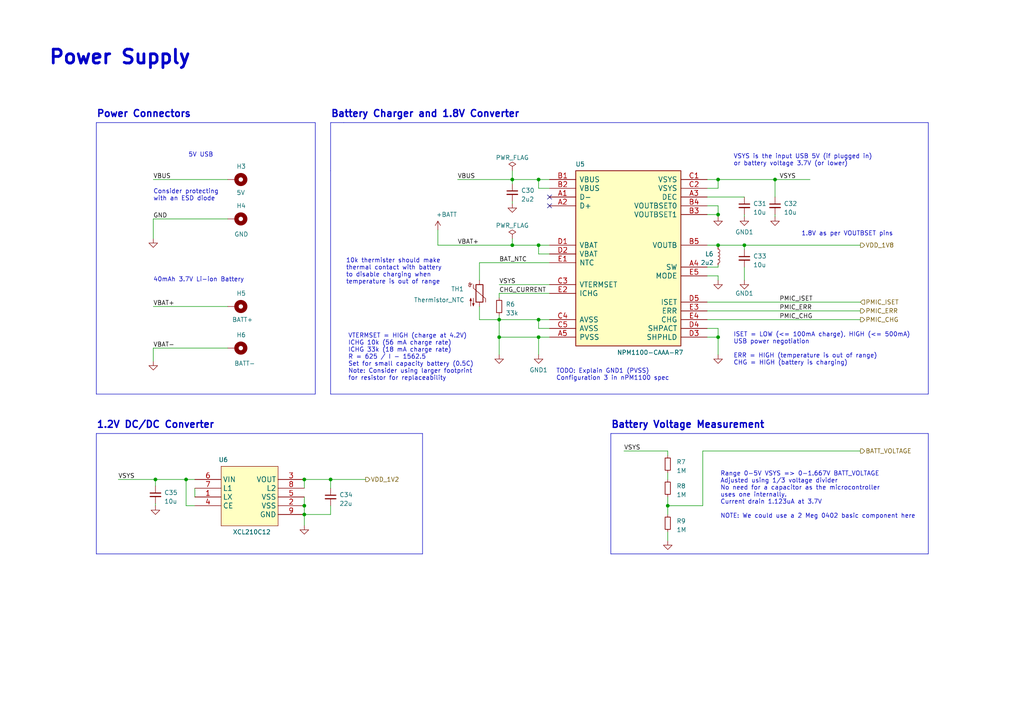
<source format=kicad_sch>
(kicad_sch (version 20231120) (generator "eeschema") (generator_version "8.0")
  (paper "A4")
  (title_block (title "Power Supply") (date "2023-04-03") (rev "0.1") (company "Yote"))
  (lib_symbols
    (symbol "Device:C_Small" (pin_numbers hide) (pin_names (offset 0.254) hide)
      (property "Reference" "C" (at 0.254 1.778 0))
      (property "Value" "C_Small" (at 0.254 -2.032 0))
      (symbol "C_Small_0_1"
        (polyline (pts (xy -1.524 -0.508) (xy 1.524 -0.508)) (stroke (width 0.3302)))
        (polyline (pts (xy -1.524 0.508) (xy 1.524 0.508)) (stroke (width 0.3048)))
      )
      (symbol "C_Small_1_1"
        (pin passive line (at 0 2.54 270) (length 2.032) (name "~") (number "1"))
        (pin passive line (at 0 -2.54 90) (length 2.032) (name "~") (number "2"))
      )
    )
    (symbol "Device:L_Small" (pin_numbers hide) (pin_names (offset 0.254) hide)
      (property "Reference" "L" (at 0.762 1.016 0))
      (property "Value" "L_Small" (at 0.762 -1.016 0))
      (symbol "L_Small_0_1"
        (arc (start 0 -2.032) (mid 0.5058 -1.524) (end 0 -1.016))
        (arc (start 0 -1.016) (mid 0.5058 -0.508) (end 0 0))
        (arc (start 0 0) (mid 0.5058 0.508) (end 0 1.016))
        (arc (start 0 1.016) (mid 0.5058 1.524) (end 0 2.032))
      )
      (symbol "L_Small_1_1"
        (pin passive line (at 0 2.54 270) (length 0.508) (name "~") (number "1"))
        (pin passive line (at 0 -2.54 90) (length 0.508) (name "~") (number "2"))
      )
    )
    (symbol "Device:R_Small" (pin_numbers hide) (pin_names (offset 0.254) hide)
      (property "Reference" "R" (at 0.762 0.508 0))
      (property "Value" "R_Small" (at 0.762 -1.016 0))
      (symbol "R_Small_0_1"
        (rectangle (start -0.762 1.778) (end 0.762 -1.778) (stroke (width 0.2032)))
      )
      (symbol "R_Small_1_1"
        (pin passive line (at 0 2.54 270) (length 0.762) (name "~") (number "1"))
        (pin passive line (at 0 -2.54 90) (length 0.762) (name "~") (number "2"))
      )
    )
    (symbol "Device:Thermistor_NTC" (pin_numbers hide) (pin_names (offset 0))
      (property "Reference" "TH" (at -4.445 0 90))
      (property "Value" "Thermistor_NTC" (at 3.175 0 90))
      (symbol "Thermistor_NTC_0_1"
        (arc (start -3.048 2.159) (mid -3.0495 2.3143) (end -3.175 2.413))
        (arc (start -3.048 2.159) (mid -2.9736 1.9794) (end -2.794 1.905))
        (arc (start -3.048 2.794) (mid -2.9736 2.6144) (end -2.794 2.54))
        (arc (start -2.794 1.905) (mid -2.6144 1.9794) (end -2.54 2.159))
        (arc (start -2.794 2.54) (mid -2.4393 2.5587) (end -2.159 2.794))
        (arc (start -2.794 3.048) (mid -2.9736 2.9736) (end -3.048 2.794))
        (arc (start -2.54 2.794) (mid -2.6144 2.9736) (end -2.794 3.048))
        (rectangle (start -1.016 2.54) (end 1.016 -2.54) (stroke (width 0.254)))
        (polyline (pts (xy -2.54 2.159) (xy -2.54 2.794)))
        (polyline (pts (xy -1.778 2.54) (xy -1.778 1.524) (xy 1.778 -1.524) (xy 1.778 -2.54)))
        (polyline (pts (xy -2.54 -3.683) (xy -2.54 -1.397) (xy -2.794 -2.159) (xy -2.286 -2.159) (xy -2.54 -1.397) (xy -2.54 -1.651)) (fill (type outline)))
        (polyline (pts (xy -1.778 -1.397) (xy -1.778 -3.683) (xy -2.032 -2.921) (xy -1.524 -2.921) (xy -1.778 -3.683) (xy -1.778 -3.429)) (fill (type outline)))
      )
      (symbol "Thermistor_NTC_1_1"
        (pin passive line (at 0 3.81 270) (length 1.27) (name "~") (number "1"))
        (pin passive line (at 0 -3.81 90) (length 1.27) (name "~") (number "2"))
      )
    )
    (symbol "Mechanical:MountingHole_Pad" (pin_numbers hide) (pin_names (offset 1.016) hide)
      (property "Reference" "H" (at 0 6.35 0))
      (property "Value" "MountingHole_Pad" (at 0 4.445 0))
      (symbol "MountingHole_Pad_0_1"
        (circle (center 0 1.27) (radius 1.27) (stroke (width 1.27)))
      )
      (symbol "MountingHole_Pad_1_1"
        (pin input line (at 0 -2.54 90) (length 2.54) (name "1") (number "1"))
      )
    )
    (symbol "Power_Management_Custom:NPM1100-CAAA-R7" (pin_names (offset 1.016))
      (property "Reference" "U" (at -15.24 23.368 0))
      (property "Value" "NPM1100-CAAA-R7" (at -8.89 -30.48 0))
      (symbol "NPM1100-CAAA-R7_0_0"
        (rectangle (start -15.24 22.86) (end 15.24 -27.94) (stroke (width 0.254)) (fill (type background)))
      )
      (symbol "NPM1100-CAAA-R7_1_0"
        (pin input line (at -22.86 15.24 0) (length 7.62) (name "D-") (number "A1"))
        (pin input line (at -22.86 12.7 0) (length 7.62) (name "D+") (number "A2"))
        (pin power_out line (at 22.86 15.24 180) (length 7.62) (name "DEC") (number "A3"))
        (pin power_out line (at 22.86 -5.08 180) (length 7.62) (name "SW") (number "A4"))
        (pin power_in line (at -22.86 -25.4 0) (length 7.62) (name "PVSS") (number "A5"))
        (pin power_in line (at -22.86 20.32 0) (length 7.62) (name "VBUS") (number "B1"))
        (pin power_in line (at -22.86 17.78 0) (length 7.62) (name "VBUS") (number "B2"))
        (pin bidirectional line (at 22.86 10.16 180) (length 7.62) (name "VOUTBSET1") (number "B3"))
        (pin bidirectional line (at 22.86 12.7 180) (length 7.62) (name "VOUTBSET0") (number "B4"))
        (pin power_in line (at 22.86 1.27 180) (length 7.62) (name "VOUTB") (number "B5"))
        (pin power_out line (at 22.86 20.32 180) (length 7.62) (name "VSYS") (number "C1"))
        (pin power_out line (at 22.86 17.78 180) (length 7.62) (name "VSYS") (number "C2"))
        (pin input line (at -22.86 -10.16 0) (length 7.62) (name "VTERMSET") (number "C3"))
        (pin power_in line (at -22.86 -20.32 0) (length 7.62) (name "AVSS") (number "C4"))
        (pin power_in line (at -22.86 -22.86 0) (length 7.62) (name "AVSS") (number "C5"))
        (pin power_in line (at -22.86 1.27 0) (length 7.62) (name "VBAT") (number "D1"))
        (pin power_in line (at -22.86 -1.27 0) (length 7.62) (name "VBAT") (number "D2"))
        (pin bidirectional line (at 22.86 -25.4 180) (length 7.62) (name "SHPHLD") (number "D3"))
        (pin bidirectional line (at 22.86 -22.86 180) (length 7.62) (name "SHPACT") (number "D4"))
        (pin input line (at 22.86 -15.24 180) (length 7.62) (name "ISET") (number "D5"))
        (pin input line (at -22.86 -3.81 0) (length 7.62) (name "NTC") (number "E1"))
        (pin input line (at -22.86 -12.7 0) (length 7.62) (name "ICHG") (number "E2"))
        (pin output line (at 22.86 -17.78 180) (length 7.62) (name "ERR") (number "E3"))
        (pin output line (at 22.86 -20.32 180) (length 7.62) (name "CHG") (number "E4"))
        (pin bidirectional line (at 22.86 -7.62 180) (length 7.62) (name "MODE") (number "E5"))
      )
    )
    (symbol "Power_Management_Custom:XCL210C12"
      (property "Reference" "U" (at -8.89 7.62 0))
      (property "Value" "XCL210C12" (at 0 -12.7 0))
      (symbol "XCL210C12_1_0"
        (pin passive line (at -16.51 -2.54 0) (length 7.62) (name "LX") (number "1"))
        (pin power_in line (at 15.24 -5.08 180) (length 7.62) (name "VSS") (number "2"))
        (pin power_out line (at 15.24 2.54 180) (length 7.62) (name "VOUT") (number "3"))
        (pin power_in line (at -16.51 -5.08 0) (length 7.62) (name "CE") (number "4"))
        (pin power_in line (at 15.24 -2.54 180) (length 7.62) (name "VSS") (number "5"))
        (pin power_in line (at -16.51 2.54 0) (length 7.62) (name "VIN") (number "6"))
        (pin passive line (at -16.51 0 0) (length 7.62) (name "L1") (number "7"))
        (pin passive line (at 15.24 0 180) (length 7.62) (name "L2") (number "8"))
        (pin power_in line (at 15.24 -7.62 180) (length 7.62) (name "GND") (number "9"))
      )
      (symbol "XCL210C12_1_1"
        (rectangle (start -8.89 6.35) (end 7.62 -10.922) (fill (type background)))
      )
    )
    (symbol "power:+BATT" (power) (pin_names (offset 0))
      (property "Value" "+BATT" (at 0 3.556 0))
      (symbol "+BATT_0_1"
        (polyline (pts (xy -0.762 1.27) (xy 0 2.54)))
        (polyline (pts (xy 0 0) (xy 0 2.54)))
        (polyline (pts (xy 0 2.54) (xy 0.762 1.27)))
      )
      (symbol "+BATT_1_1"
        (pin power_in line (at 0 0 90) (length 0) hide (name "+BATT") (number "1"))
      )
    )
    (symbol "power:GND" (power) (pin_names (offset 0))
      (property "Value" "GND" (at 0 -3.81 0))
      (symbol "GND_0_1"
        (polyline (pts (xy 0 0) (xy 0 -1.27) (xy 1.27 -1.27) (xy 0 -2.54) (xy -1.27 -1.27) (xy 0 -1.27)))
      )
      (symbol "GND_1_1"
        (pin power_in line (at 0 0 270) (length 0) hide (name "GND") (number "1"))
      )
    )
    (symbol "power:GND1" (power) (pin_names (offset 0))
      (property "Value" "GND1" (at 0 -3.81 0))
      (symbol "GND1_0_1"
        (polyline (pts (xy 0 0) (xy 0 -1.27) (xy 1.27 -1.27) (xy 0 -2.54) (xy -1.27 -1.27) (xy 0 -1.27)))
      )
      (symbol "GND1_1_1"
        (pin power_in line (at 0 0 270) (length 0) hide (name "GND1") (number "1"))
      )
    )
    (symbol "power:PWR_FLAG" (power) (pin_numbers hide) (pin_names (offset 0) hide)
      (property "Value" "PWR_FLAG" (at 0 3.81 0))
      (symbol "PWR_FLAG_0_0"
        (pin power_out line (at 0 0 90) (length 0) (name "pwr") (number "1"))
      )
      (symbol "PWR_FLAG_0_1"
        (polyline (pts (xy 0 0) (xy 0 1.27) (xy -1.016 1.905) (xy 0 2.54) (xy 1.016 1.905) (xy 0 1.27)))
      )
    )
  )
  (junction (at 224.79 52.07))
  (junction (at 156.21 71.12))
  (junction (at 88.265 139.065))
  (junction (at 144.78 97.79))
  (junction (at 215.9 71.12))
  (junction (at 156.21 92.71))
  (junction (at 208.28 71.12))
  (junction (at 208.28 52.07))
  (junction (at 148.59 52.07))
  (junction (at 88.265 146.685))
  (junction (at 208.28 62.23))
  (junction (at 95.885 139.065))
  (junction (at 156.21 52.07))
  (junction (at 208.28 97.79))
  (junction (at 88.265 149.225))
  (junction (at 193.675 146.685))
  (junction (at 45.085 139.065))
  (junction (at 144.78 92.71))
  (junction (at 156.21 97.79))
  (junction (at 53.975 139.065))
  (junction (at 148.59 71.12))
  (no_connect (at 159.385 57.15))
  (no_connect (at 159.385 59.69))
  (wire (pts (xy 215.9 72.39) (xy 215.9 71.12)))
  (wire (pts (xy 193.675 137.16) (xy 193.675 139.065)))
  (polyline (pts (xy 27.94 160.655) (xy 122.555 160.655)))
  (wire (pts (xy 148.59 69.215) (xy 148.59 71.12)))
  (polyline (pts (xy 95.885 35.56) (xy 99.695 35.56)))
  (wire (pts (xy 45.085 139.065) (xy 53.975 139.065)))
  (polyline (pts (xy 27.94 35.56) (xy 27.94 114.3)))
  (polyline (pts (xy 95.885 35.56) (xy 95.885 49.53)))
  (wire (pts (xy 95.885 139.065) (xy 106.045 139.065)))
  (wire (pts (xy 205.105 54.61) (xy 208.28 54.61)))
  (wire (pts (xy 215.9 71.12) (xy 249.555 71.12)))
  (wire (pts (xy 208.28 71.12) (xy 208.28 71.755)))
  (wire (pts (xy 139.065 76.2) (xy 139.065 81.28)))
  (wire (pts (xy 34.29 139.065) (xy 45.085 139.065)))
  (wire (pts (xy 193.675 130.81) (xy 193.675 132.08)))
  (wire (pts (xy 88.265 149.225) (xy 88.265 152.4)))
  (wire (pts (xy 148.59 52.07) (xy 156.21 52.07)))
  (wire (pts (xy 95.885 146.685) (xy 95.885 149.225)))
  (wire (pts (xy 159.385 97.79) (xy 156.21 97.79)))
  (wire (pts (xy 208.28 95.25) (xy 208.28 97.79)))
  (wire (pts (xy 144.78 91.44) (xy 144.78 92.71)))
  (wire (pts (xy 127 71.12) (xy 148.59 71.12)))
  (polyline (pts (xy 95.885 49.53) (xy 95.885 114.3)))
  (wire (pts (xy 159.385 85.09) (xy 144.78 85.09)))
  (polyline (pts (xy 27.94 125.73) (xy 122.555 125.73)))
  (polyline (pts (xy 177.165 125.73) (xy 269.24 125.73)))
  (wire (pts (xy 88.265 144.145) (xy 88.265 146.685)))
  (wire (pts (xy 144.78 85.09) (xy 144.78 86.36)))
  (wire (pts (xy 205.105 87.63) (xy 249.555 87.63)))
  (wire (pts (xy 203.835 130.81) (xy 203.835 146.685)))
  (wire (pts (xy 205.105 80.01) (xy 208.28 80.01)))
  (wire (pts (xy 88.265 146.685) (xy 88.265 149.225)))
  (wire (pts (xy 159.385 95.25) (xy 156.21 95.25)))
  (wire (pts (xy 156.21 54.61) (xy 156.21 52.07)))
  (wire (pts (xy 45.085 140.97) (xy 45.085 139.065)))
  (wire (pts (xy 208.28 52.07) (xy 224.79 52.07)))
  (wire (pts (xy 208.28 59.69) (xy 208.28 62.23)))
  (wire (pts (xy 205.105 52.07) (xy 208.28 52.07)))
  (polyline (pts (xy 27.94 125.73) (xy 27.94 160.655)))
  (wire (pts (xy 44.45 63.5) (xy 66.04 63.5)))
  (wire (pts (xy 156.21 73.66) (xy 156.21 71.12)))
  (wire (pts (xy 139.065 92.71) (xy 144.78 92.71)))
  (wire (pts (xy 215.9 62.23) (xy 215.9 62.865)))
  (polyline (pts (xy 95.885 114.3) (xy 269.24 114.3)))
  (wire (pts (xy 144.78 92.71) (xy 156.21 92.71)))
  (wire (pts (xy 208.28 80.01) (xy 208.28 81.28)))
  (wire (pts (xy 208.28 76.835) (xy 208.28 77.47)))
  (wire (pts (xy 215.9 71.12) (xy 208.28 71.12)))
  (wire (pts (xy 205.105 57.15) (xy 215.9 57.15)))
  (polyline (pts (xy 269.24 35.56) (xy 99.695 35.56)))
  (wire (pts (xy 205.105 90.17) (xy 249.555 90.17)))
  (wire (pts (xy 156.21 73.66) (xy 159.385 73.66)))
  (polyline (pts (xy 91.44 114.3) (xy 91.44 35.56)))
  (wire (pts (xy 208.28 62.23) (xy 208.28 62.865)))
  (polyline (pts (xy 122.555 160.655) (xy 122.555 125.73)))
  (wire (pts (xy 208.28 52.07) (xy 208.28 54.61)))
  (wire (pts (xy 203.835 130.81) (xy 249.555 130.81)))
  (polyline (pts (xy 27.94 114.3) (xy 91.44 114.3)))
  (wire (pts (xy 45.085 146.05) (xy 45.085 146.685)))
  (wire (pts (xy 208.28 97.79) (xy 208.28 102.87)))
  (wire (pts (xy 224.79 52.07) (xy 224.79 57.15)))
  (wire (pts (xy 53.975 139.065) (xy 53.975 146.685)))
  (polyline (pts (xy 177.165 160.655) (xy 269.24 160.655)))
  (polyline (pts (xy 269.24 160.655) (xy 269.24 125.73)))
  (polyline (pts (xy 91.44 35.56) (xy 27.94 35.56)))
  (wire (pts (xy 193.675 154.305) (xy 193.675 156.845)))
  (wire (pts (xy 205.105 92.71) (xy 249.555 92.71)))
  (wire (pts (xy 132.715 52.07) (xy 148.59 52.07)))
  (wire (pts (xy 44.45 100.965) (xy 66.04 100.965)))
  (polyline (pts (xy 177.165 125.73) (xy 177.165 160.655)))
  (wire (pts (xy 156.21 92.71) (xy 159.385 92.71)))
  (wire (pts (xy 44.45 63.5) (xy 44.45 69.215)))
  (wire (pts (xy 144.78 97.79) (xy 144.78 92.71)))
  (wire (pts (xy 144.78 97.79) (xy 144.78 102.87)))
  (wire (pts (xy 44.45 100.965) (xy 44.45 104.775)))
  (wire (pts (xy 159.385 54.61) (xy 156.21 54.61)))
  (wire (pts (xy 44.45 88.9) (xy 66.04 88.9)))
  (wire (pts (xy 148.59 49.53) (xy 148.59 52.07)))
  (wire (pts (xy 224.79 62.23) (xy 224.79 62.865)))
  (wire (pts (xy 205.105 59.69) (xy 208.28 59.69)))
  (wire (pts (xy 156.21 52.07) (xy 159.385 52.07)))
  (wire (pts (xy 144.78 97.79) (xy 156.21 97.79)))
  (wire (pts (xy 224.79 52.07) (xy 234.95 52.07)))
  (wire (pts (xy 205.105 71.12) (xy 208.28 71.12)))
  (wire (pts (xy 193.675 146.685) (xy 193.675 149.225)))
  (wire (pts (xy 88.265 139.065) (xy 95.885 139.065)))
  (wire (pts (xy 148.59 52.07) (xy 148.59 53.34)))
  (wire (pts (xy 88.265 141.605) (xy 88.265 139.065)))
  (wire (pts (xy 205.105 97.79) (xy 208.28 97.79)))
  (wire (pts (xy 144.78 82.55) (xy 159.385 82.55)))
  (wire (pts (xy 156.21 97.79) (xy 156.21 102.87)))
  (wire (pts (xy 53.975 139.065) (xy 56.515 139.065)))
  (wire (pts (xy 95.885 139.065) (xy 95.885 141.605)))
  (wire (pts (xy 56.515 146.685) (xy 53.975 146.685)))
  (wire (pts (xy 205.105 95.25) (xy 208.28 95.25)))
  (wire (pts (xy 56.515 141.605) (xy 56.515 144.145)))
  (wire (pts (xy 127 66.675) (xy 127 71.12)))
  (wire (pts (xy 193.675 144.145) (xy 193.675 146.685)))
  (wire (pts (xy 139.065 76.2) (xy 159.385 76.2)))
  (wire (pts (xy 156.21 95.25) (xy 156.21 92.71)))
  (wire (pts (xy 215.9 77.47) (xy 215.9 81.28)))
  (wire (pts (xy 148.59 71.12) (xy 156.21 71.12)))
  (wire (pts (xy 203.835 146.685) (xy 193.675 146.685)))
  (polyline (pts (xy 269.24 114.3) (xy 269.24 35.56)))
  (wire (pts (xy 156.21 71.12) (xy 159.385 71.12)))
  (wire (pts (xy 44.45 52.07) (xy 66.04 52.07)))
  (wire (pts (xy 148.59 58.42) (xy 148.59 59.055)))
  (wire (pts (xy 208.28 62.23) (xy 205.105 62.23)))
  (wire (pts (xy 180.975 130.81) (xy 193.675 130.81)))
  (wire (pts (xy 139.065 88.9) (xy 139.065 92.71)))
  (wire (pts (xy 208.28 77.47) (xy 205.105 77.47)))
  (wire (pts (xy 88.265 149.225) (xy 95.885 149.225)))
  (text "VSYS is the input USB 5V (if plugged in) \nor battery voltage 3.7V (or lower)" (at 212.725 48.26 0) (effects (font (size 1.27 1.27)) (justify left bottom)))
  (text "Range 0-5V VSYS => 0-1.667V BATT_VOLTAGE\nAdjusted using 1/3 voltage divider\nNo need for a capacitor as the microcontroller\nuses one internally.\nCurrent drain 1.123uA at 3.7V\n\nNOTE: We could use a 2 Meg 0402 basic component here" (at 208.915 150.495 0) (effects (font (size 1.27 1.27)) (justify left bottom)))
  (text "TODO: Explain GND1 (PVSS)\nConfiguration 3 in nPM1100 spec" (at 161.29 110.49 0) (effects (font (size 1.27 1.27)) (justify left bottom)))
  (text "Battery Voltage Measurement" (at 177.165 124.46 0) (effects (font (size 2 2) (bold yes)) (justify left bottom)))
  (text "Battery Charger and 1.8V Converter" (at 95.885 34.29 0) (effects (font (size 2 2) (bold yes)) (justify left bottom)))
  (text "ISET = LOW (<= 100mA charge), HIGH (<= 500mA)\nUSB power negotiation\n\nERR = HIGH (temperature is out of range)\nCHG = HIGH (battery is charging)" (at 212.725 106.045 0) (effects (font (size 1.27 1.27)) (justify left bottom)))
  (text "1.2V DC/DC Converter" (at 27.94 124.46 0) (effects (font (size 2 2) (bold yes)) (justify left bottom)))
  (text "1.8V as per VOUTBSET pins" (at 232.41 68.58 0) (effects (font (size 1.27 1.27)) (justify left bottom)))
  (text "5V USB" (at 54.61 45.72 0) (effects (font (size 1.27 1.27)) (justify left bottom)))
  (text "Power Supply" (at 13.97 19.05 0) (effects (font (size 4 4) (thickness 0.8) (bold yes)) (justify left bottom)))
  (text "40mAh 3.7V Li-ion Battery" (at 44.45 81.915 0) (effects (font (size 1.27 1.27)) (justify left bottom)))
  (text "Consider protecting  \nwith an ESD diode" (at 44.45 58.42 0) (effects (font (size 1.27 1.27)) (justify left bottom)))
  (text "VTERMSET = HIGH (charge at 4.2V)\nICHG 10k (56 mA charge rate) \nICHG 33k (18 mA charge rate) \nR = 625 / I - 1562.5\nSet for small capacity battery (0.5C)\nNote: Consider using larger footprint\nfor resistor for replaceability\n" (at 100.965 110.49 0) (effects (font (size 1.27 1.27)) (justify left bottom)))
  (text "Power Connectors" (at 27.94 34.29 0) (effects (font (size 2 2) (bold yes)) (justify left bottom)))
  (text "10k thermister should make \nthermal contact with battery\nto disable charging when \ntemperature is out of range" (at 100.33 82.55 0) (effects (font (size 1.27 1.27)) (justify left bottom)))
  (label "VBUS" (at 44.45 52.07 0))
  (label "BAT_NTC" (at 144.78 76.2 0))
  (label "VBAT+" (at 132.715 71.12 0))
  (label "VSYS" (at 226.06 52.07 0))
  (label "CHG_CURRENT" (at 144.78 85.09 0))
  (label "PMIC_ISET" (at 226.06 87.63 0))
  (label "VSYS" (at 180.975 130.81 0))
  (label "PMIC_ERR" (at 226.06 90.17 0))
  (label "VSYS" (at 144.78 82.55 0))
  (label "VBAT-" (at 44.45 100.965 0))
  (label "GND" (at 44.45 63.5 0))
  (label "VBAT+" (at 44.45 88.9 0))
  (label "VSYS" (at 34.29 139.065 0))
  (label "VBUS" (at 132.715 52.07 0))
  (label "PMIC_CHG" (at 226.06 92.71 0))
  (hierarchical_label "PMIC_ISET" (shape input) (at 249.555 87.63 0))
  (hierarchical_label "VDD_1V8" (shape output) (at 249.555 71.12 0))
  (hierarchical_label "VDD_1V2" (shape output) (at 106.045 139.065 0))
  (hierarchical_label "PMIC_CHG" (shape output) (at 249.555 92.71 0))
  (hierarchical_label "PMIC_ERR" (shape output) (at 249.555 90.17 0))
  (hierarchical_label "BATT_VOLTAGE" (shape output) (at 249.555 130.81 0))
  (symbol (lib_id "Device:R_Small") (at 193.675 151.765 0) (unit 1)
    (property "Reference" "R9" (at 196.215 151.13 0) (effects (justify left)))
    (property "Value" "1M" (at 196.215 153.67 0) (effects (justify left)))
    (property "Footprint" "nrf5340:R_0201_0603Metric_Square" (effects (hide yes)))
    (property "MANUFACTURER" "YAGEO" (effects (hide yes)))
    (property "Mfg Part #" "RC0201FR-071ML" (effects (hide yes)))
    (property "Notes" "Resistor" (effects (hide yes)))
    (property "PACKAGE" "0201" (effects (hide yes)))
  )
  (symbol (lib_id "Mechanical:MountingHole_Pad") (at 68.58 52.07 270) (unit 1)
    (property "Reference" "H3" (at 68.58 48.26 90) (effects (justify left)))
    (property "Value" "5V" (at 68.58 55.88 90) (effects (justify left)))
    (property "Footprint" "nrf5340:MountingHole_0.6mm_Pad_TopBottom" (effects (hide yes)))
    (property "Notes" "Do not place" (effects (hide yes)))
    (property "PACKAGE" "DNS" (effects (hide yes)))
  )
  (symbol (lib_id "power:GND") (at 44.45 104.775 0) (unit 1)
    (property "Reference" "#PWR052" (effects (hide yes)))
    (property "Value" "GND" (effects (hide yes)))
  )
  (symbol (lib_id "Device:R_Small") (at 193.675 134.62 0) (unit 1)
    (property "Reference" "R7" (at 196.215 133.985 0) (effects (justify left)))
    (property "Value" "1M" (at 196.215 136.525 0) (effects (justify left)))
    (property "Footprint" "nrf5340:R_0201_0603Metric_Square" (effects (hide yes)))
    (property "MANUFACTURER" "YAGEO" (effects (hide yes)))
    (property "Mfg Part #" "RC0201FR-071ML" (effects (hide yes)))
    (property "Notes" "Resistor" (effects (hide yes)))
    (property "PACKAGE" "0201" (effects (hide yes)))
  )
  (symbol (lib_id "power:GND") (at 44.45 69.215 0) (unit 1)
    (property "Reference" "#PWR049" (effects (hide yes)))
    (property "Value" "GND" (effects (hide yes)))
  )
  (symbol (lib_id "power:GND") (at 88.265 152.4 0) (unit 1)
    (property "Reference" "#PWR057" (effects (hide yes)))
    (property "Value" "GND" (effects (hide yes)))
  )
  (symbol (lib_id "power:GND") (at 193.675 156.845 0) (unit 1)
    (property "Reference" "#PWR058" (effects (hide yes)))
    (property "Value" "GND" (effects (hide yes)))
  )
  (symbol (lib_id "power:PWR_FLAG") (at 148.59 49.53 0) (unit 1)
    (property "Reference" "#FLG02" (effects (hide yes)))
    (property "Value" "PWR_FLAG" (at 148.59 45.72 0))
  )
  (symbol (lib_id "Device:C_Small") (at 95.885 144.145 0) (unit 1)
    (property "Reference" "C34" (at 98.425 143.5163 0) (effects (justify left)))
    (property "Value" "22u" (at 98.425 146.0563 0) (effects (justify left)))
    (property "Footprint" "nrf5340:C_0603_1608Metric_Square" (effects (hide yes)))
    (property "MANUFACTURER" "Murata Electronics" (effects (hide yes)))
    (property "Mfg Part #" "GRM188R61A226ME15D" (effects (hide yes)))
    (property "Notes" "Capacitor, X5R, ±20%, 6.3V" (effects (hide yes)))
    (property "PACKAGE" "0603" (effects (hide yes)))
  )
  (symbol (lib_id "Power_Management_Custom:XCL210C12") (at 73.025 141.605 0) (unit 1)
    (property "Reference" "U6" (at 64.77 133.35 0))
    (property "Value" "XCL210C12" (at 73.025 154.305 0))
    (property "Footprint" "nrf5340:XCL210C12" (effects (hide yes)))
    (property "MANUFACTURER" "Torex Semiconductor" (effects (hide yes)))
    (property "Mfg Part #" "XCL210C121GR-G" (effects (hide yes)))
    (property "Notes" "1_2V dcdc converter" (effects (hide yes)))
    (property "PACKAGE" "SMD" (effects (hide yes)))
  )
  (symbol (lib_id "power:PWR_FLAG") (at 148.59 69.215 0) (unit 1)
    (property "Reference" "#FLG03" (effects (hide yes)))
    (property "Value" "PWR_FLAG" (at 148.59 65.405 0))
  )
  (symbol (lib_id "Device:R_Small") (at 193.675 141.605 0) (unit 1)
    (property "Reference" "R8" (at 196.215 140.97 0) (effects (justify left)))
    (property "Value" "1M" (at 196.215 143.51 0) (effects (justify left)))
    (property "Footprint" "nrf5340:R_0201_0603Metric_Square" (effects (hide yes)))
    (property "MANUFACTURER" "YAGEO" (effects (hide yes)))
    (property "Mfg Part #" "RC0201FR-071ML" (effects (hide yes)))
    (property "Notes" "Resistor" (effects (hide yes)))
    (property "PACKAGE" "0201" (effects (hide yes)))
  )
  (symbol (lib_id "Device:C_Small") (at 224.79 59.69 0) (unit 1)
    (property "Reference" "C32" (at 227.33 59.0613 0) (effects (justify left)))
    (property "Value" "10u" (at 227.33 61.6013 0) (effects (justify left)))
    (property "Footprint" "nrf5340:C_0603_1608Metric_Square" (effects (hide yes)))
    (property "MANUFACTURER" "Murata Electronics" (effects (hide yes)))
    (property "Mfg Part #" "GRM188R61A106KE69D" (effects (hide yes)))
    (property "Notes" "Capacitor, Ceramic, X5R, ±20%, 10V" (effects (hide yes)))
    (property "PACKAGE" "0603" (effects (hide yes)))
  )
  (symbol (lib_id "power:GND") (at 224.79 62.865 0) (unit 1)
    (property "Reference" "#PWR048" (effects (hide yes)))
    (property "Value" "GND" (effects (hide yes)))
  )
  (symbol (lib_id "power:GND") (at 208.28 102.87 0) (unit 1)
    (property "Reference" "#PWR055" (effects (hide yes)))
    (property "Value" "GND" (effects (hide yes)))
  )
  (symbol (lib_id "Device:C_Small") (at 148.59 55.88 0) (unit 1)
    (property "Reference" "C30" (at 151.13 55.2513 0) (effects (justify left)))
    (property "Value" "2u2" (at 151.13 57.7913 0) (effects (justify left)))
    (property "Footprint" "nrf5340:C_0402_1005Metric_Square" (effects (hide yes)))
    (property "MANUFACTURER" "Murata Electronics" (effects (hide yes)))
    (property "Mfg Part #" "GRM155R61A225KE95D" (effects (hide yes)))
    (property "Notes" "Capacitor, X5R, ±20%" (effects (hide yes)))
    (property "PACKAGE" "0402" (effects (hide yes)))
  )
  (symbol (lib_id "Device:Thermistor_NTC") (at 139.065 85.09 0) (unit 1)
    (property "Reference" "TH1" (at 130.81 83.82 0) (effects (justify left)))
    (property "Value" "Thermistor_NTC" (at 120.015 86.995 0) (effects (justify left)))
    (property "Footprint" "nrf5340:R_0402_1005Metric_Square" (effects (hide yes)))
    (property "MANUFACTURER" "Murata Electronics" (effects (hide yes)))
    (property "Mfg Part #" "NCU15XH103F6SRC" (effects (hide yes)))
    (property "Notes" "10k 0.1mA ±1% 3380K ±1% 0402 NTC Thermistor" (effects (hide yes)))
    (property "PACKAGE" "0402" (effects (hide yes)))
  )
  (symbol (lib_id "Device:L_Small") (at 208.28 74.295 0) (mirror x) (unit 1)
    (property "Reference" "L6" (at 205.74 73.66 0))
    (property "Value" "2u2" (at 205.105 76.2 0))
    (property "Footprint" "nrf5340:L_0603_1608Metric_MLZ1608M100WTD25" (effects (hide yes)))
    (property "MANUFACTURER" "TDK" (effects (hide yes)))
    (property "Mfg Part #" "MLP1608H2R2BT0S1" (effects (hide yes)))
    (property "Notes" "750mA 2.2uH ±20% 390mΩ 0603 Inductors" (effects (hide yes)))
    (property "PACKAGE" "0603" (effects (hide yes)))
  )
  (symbol (lib_id "power:GND") (at 208.28 81.28 0) (unit 1)
    (property "Reference" "#PWR050" (effects (hide yes)))
    (property "Value" "GND" (effects (hide yes)))
  )
  (symbol (lib_id "Power_Management_Custom:NPM1100-CAAA-R7") (at 182.245 72.39 0) (unit 1)
    (property "Reference" "U5" (at 168.275 47.625 0))
    (property "Value" "NPM1100-CAAA-R7" (at 188.595 102.235 0))
    (property "Footprint" "nrf5340:NPM1100-CAAA-R7" (effects (hide yes)))
    (property "STANDARD" "IPC 7351B" (effects (hide yes)))
    (property "MANUFACTURER" "Nordic Semiconductor" (effects (hide yes)))
    (property "MAXIMUM_PACKAGE_HEIGHT" "0.522mm" (effects (hide yes)))
    (property "PARTREV" "V1.0" (effects (hide yes)))
    (property "Mfg Part #" "NPM1100-CAAA" (effects (hide yes)))
    (property "Notes" "nPM1100 battery charger" (effects (hide yes)))
    (property "PACKAGE" "SMD" (effects (hide yes)))
  )
  (symbol (lib_id "power:GND") (at 208.28 62.865 0) (unit 1)
    (property "Reference" "#PWR046" (effects (hide yes)))
    (property "Value" "GND" (effects (hide yes)))
  )
  (symbol (lib_id "power:GND1") (at 215.9 81.28 0) (unit 1)
    (property "Reference" "#PWR051" (effects (hide yes)))
    (property "Value" "GND1" (at 215.9 85.09 0))
  )
  (symbol (lib_id "Device:R_Small") (at 144.78 88.9 0) (unit 1)
    (property "Reference" "R6" (at 146.685 88.265 0) (effects (justify left)))
    (property "Value" "33k" (at 146.685 90.805 0) (effects (justify left)))
    (property "Footprint" "nrf5340:R_0603_1608Metric_Square" (effects (hide yes)))
    (property "MANUFACTURER" "UNI-ROYAL" (effects (hide yes)))
    (property "Mfg Part #" "0603WAF3302T5E" (effects (hide yes)))
    (property "Notes" "Resistor" (effects (hide yes)))
    (property "PACKAGE" "0603" (effects (hide yes)))
  )
  (symbol (lib_id "power:GND1") (at 156.21 102.87 0) (unit 1)
    (property "Reference" "#PWR054" (effects (hide yes)))
    (property "Value" "GND1" (at 156.21 107.315 0))
  )
  (symbol (lib_id "power:GND") (at 144.78 102.87 0) (unit 1)
    (property "Reference" "#PWR053" (effects (hide yes)))
    (property "Value" "GND" (effects (hide yes)))
  )
  (symbol (lib_id "Mechanical:MountingHole_Pad") (at 68.58 88.9 270) (unit 1)
    (property "Reference" "H5" (at 68.58 85.09 90) (effects (justify left)))
    (property "Value" "BATT+" (at 67.31 92.71 90) (effects (justify left)))
    (property "Footprint" "nrf5340:MountingHole_0.6mm_Pad_TopBottom" (effects (hide yes)))
    (property "Notes" "Do not place" (effects (hide yes)))
    (property "PACKAGE" "DNS" (effects (hide yes)))
  )
  (symbol (lib_id "Device:C_Small") (at 215.9 59.69 0) (unit 1)
    (property "Reference" "C31" (at 218.44 59.0613 0) (effects (justify left)))
    (property "Value" "10u" (at 218.44 61.6013 0) (effects (justify left)))
    (property "Footprint" "nrf5340:C_0603_1608Metric_Square" (effects (hide yes)))
    (property "MANUFACTURER" "Murata Electronics" (effects (hide yes)))
    (property "Mfg Part #" "GRM188R61A106KE69D" (effects (hide yes)))
    (property "Notes" "Capacitor, Ceramic, X5R, ±20%, 10V" (effects (hide yes)))
    (property "PACKAGE" "0603" (effects (hide yes)))
  )
  (symbol (lib_id "power:GND1") (at 215.9 62.865 0) (unit 1)
    (property "Reference" "#PWR047" (effects (hide yes)))
    (property "Value" "GND1" (at 215.9 67.31 0))
  )
  (symbol (lib_id "Mechanical:MountingHole_Pad") (at 68.58 63.5 270) (unit 1)
    (property "Reference" "H4" (at 68.58 59.69 90) (effects (justify left)))
    (property "Value" "GND" (at 67.945 67.945 90) (effects (justify left)))
    (property "Footprint" "nrf5340:MountingHole_0.6mm_Pad_TopBottom" (effects (hide yes)))
    (property "Notes" "Do not place" (effects (hide yes)))
    (property "PACKAGE" "DNS" (effects (hide yes)))
  )
  (symbol (lib_id "Device:C_Small") (at 45.085 143.51 0) (unit 1)
    (property "Reference" "C35" (at 47.625 142.8813 0) (effects (justify left)))
    (property "Value" "10u" (at 47.625 145.4213 0) (effects (justify left)))
    (property "Footprint" "nrf5340:C_0603_1608Metric_Square" (effects (hide yes)))
    (property "MANUFACTURER" "Murata Electronics" (effects (hide yes)))
    (property "Mfg Part #" "GRM188R61A106KE69D" (effects (hide yes)))
    (property "Notes" "Capacitor, Ceramic, X5R, ±20%, 10V" (effects (hide yes)))
    (property "PACKAGE" "0603" (effects (hide yes)))
  )
  (symbol (lib_id "power:GND") (at 45.085 146.685 0) (unit 1)
    (property "Reference" "#PWR056" (effects (hide yes)))
    (property "Value" "GND" (effects (hide yes)))
  )
  (symbol (lib_id "power:GND") (at 148.59 59.055 0) (unit 1)
    (property "Reference" "#PWR045" (effects (hide yes)))
    (property "Value" "GND" (effects (hide yes)))
  )
  (symbol (lib_id "Device:C_Small") (at 215.9 74.93 0) (unit 1)
    (property "Reference" "C33" (at 218.44 74.3013 0) (effects (justify left)))
    (property "Value" "10u" (at 218.44 76.8413 0) (effects (justify left)))
    (property "Footprint" "nrf5340:C_0603_1608Metric_Square" (effects (hide yes)))
    (property "MANUFACTURER" "Murata Electronics" (effects (hide yes)))
    (property "Mfg Part #" "GRM188R61A106KE69D" (effects (hide yes)))
    (property "Notes" "Capacitor, Ceramic, X5R, ±20%, 10V" (effects (hide yes)))
    (property "PACKAGE" "0603" (effects (hide yes)))
  )
  (symbol (lib_id "power:+BATT") (at 127 66.675 0) (unit 1)
    (property "Reference" "#PWR013" (effects (hide yes)))
    (property "Value" "+BATT" (at 129.54 62.23 0))
  )
  (symbol (lib_id "Mechanical:MountingHole_Pad") (at 68.58 100.965 270) (unit 1)
    (property "Reference" "H6" (at 68.58 97.155 90) (effects (justify left)))
    (property "Value" "BATT-" (at 67.945 105.41 90) (effects (justify left)))
    (property "Footprint" "nrf5340:MountingHole_0.6mm_Pad_TopBottom" (effects (hide yes)))
    (property "Notes" "Do not place" (effects (hide yes)))
    (property "PACKAGE" "DNS" (effects (hide yes)))
  )
)
</source>
